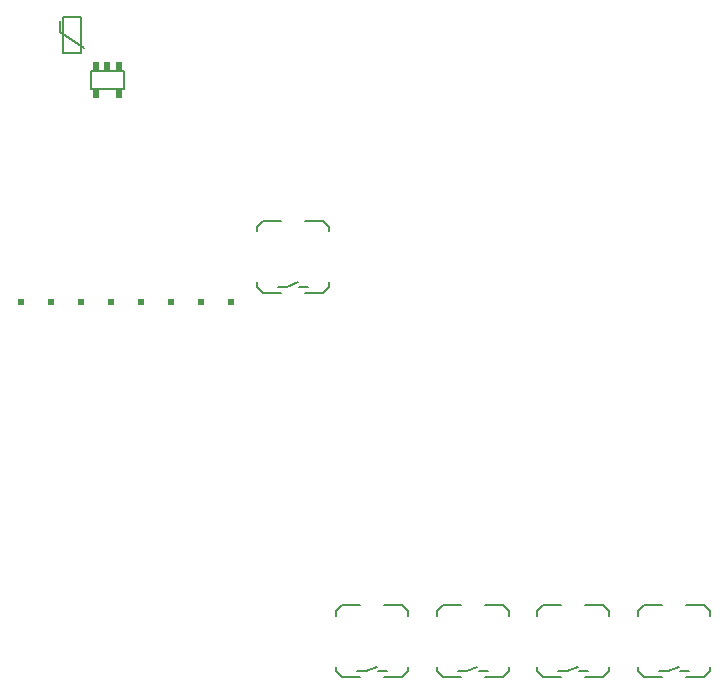
<source format=gbr>
%TF.GenerationSoftware,Novarm,DipTrace,3.2.0.1*%
%TF.CreationDate,2018-12-02T20:47:11-08:00*%
%FSLAX26Y26*%
%MOIN*%
%TF.FileFunction,Drawing,Top*%
%TF.Part,Single*%
%ADD16C,0.006*%
%ADD18C,0.008*%
%ADD31C,0.005*%
G75*
G01*
%LPD*%
X607897Y2564804D2*
D31*
Y2682903D1*
X666953D1*
Y2564804D1*
X607897D1*
X677425Y2578852D2*
X597425Y2633847D1*
Y2668855D1*
G36*
X1078701Y1742450D2*
X1058701D1*
Y1722430D1*
X1078701D1*
Y1742450D1*
G37*
G36*
X978701D2*
X958701D1*
Y1722430D1*
X978701D1*
Y1742450D1*
G37*
G36*
X878701D2*
X858701D1*
Y1722430D1*
X878701D1*
Y1742450D1*
G37*
G36*
X778701D2*
X758701D1*
Y1722430D1*
X778701D1*
Y1742450D1*
G37*
G36*
X678701D2*
X658701D1*
Y1722430D1*
X678701D1*
Y1742450D1*
G37*
G36*
X578701D2*
X558701D1*
Y1722430D1*
X578701D1*
Y1742450D1*
G37*
G36*
X478701D2*
X458701D1*
Y1722430D1*
X478701D1*
Y1742450D1*
G37*
G36*
X1178701D2*
X1158701D1*
Y1722430D1*
X1178701D1*
Y1742450D1*
G37*
X1336458Y2004189D2*
D18*
X1276457D1*
X1256448Y1984191D1*
X1496453D2*
X1476444Y2004189D1*
X1416443D1*
X1256448Y1784211D2*
X1276457Y1764213D1*
X1336458D1*
X1496453Y1784211D2*
X1476444Y1764213D1*
X1416443D1*
X1496453Y1984191D2*
Y1969209D1*
Y1784211D2*
Y1799193D1*
X1256448Y1784211D2*
Y1799193D1*
Y1984191D2*
Y1969209D1*
X1326454Y1784211D2*
X1356442D1*
X1396459D2*
X1426447D1*
X1356442D2*
X1391444Y1799193D1*
X1598958Y722938D2*
X1538957D1*
X1518948Y702940D1*
X1758953D2*
X1738944Y722938D1*
X1678943D1*
X1518948Y502960D2*
X1538957Y482962D1*
X1598958D1*
X1758953Y502960D2*
X1738944Y482962D1*
X1678943D1*
X1758953Y702940D2*
Y687958D1*
Y502960D2*
Y517942D1*
X1518948Y502960D2*
Y517942D1*
Y702940D2*
Y687958D1*
X1588954Y502960D2*
X1618942D1*
X1658959D2*
X1688947D1*
X1618942D2*
X1653944Y517942D1*
X1934375Y722938D2*
X1874374D1*
X1854365Y702940D1*
X2094370D2*
X2074361Y722938D1*
X2014360D1*
X1854365Y502960D2*
X1874374Y482962D1*
X1934375D1*
X2094370Y502960D2*
X2074361Y482962D1*
X2014360D1*
X2094370Y702940D2*
Y687958D1*
Y502960D2*
Y517942D1*
X1854365Y502960D2*
Y517942D1*
Y702940D2*
Y687958D1*
X1924371Y502960D2*
X1954359D1*
X1994376D2*
X2024364D1*
X1954359D2*
X1989362Y517942D1*
X2269791Y722938D2*
X2209790D1*
X2189781Y702940D1*
X2429786D2*
X2409777Y722938D1*
X2349776D1*
X2189781Y502960D2*
X2209790Y482962D1*
X2269791D1*
X2429786Y502960D2*
X2409777Y482962D1*
X2349776D1*
X2429786Y702940D2*
Y687958D1*
Y502960D2*
Y517942D1*
X2189781Y502960D2*
Y517942D1*
Y702940D2*
Y687958D1*
X2259787Y502960D2*
X2289775D1*
X2329792D2*
X2359780D1*
X2289775D2*
X2324778Y517942D1*
X2605209Y722938D2*
X2545207D1*
X2525199Y702940D1*
X2765203D2*
X2745195Y722938D1*
X2685193D1*
X2525199Y502960D2*
X2545207Y482962D1*
X2605209D1*
X2765203Y502960D2*
X2745195Y482962D1*
X2685193D1*
X2765203Y702940D2*
Y687958D1*
Y502960D2*
Y517942D1*
X2525199Y502960D2*
Y517942D1*
Y702940D2*
Y687958D1*
X2595204Y502960D2*
X2625192D1*
X2665210D2*
X2695198D1*
X2625192D2*
X2660195Y517942D1*
G36*
X783855Y2507233D2*
X803517D1*
Y2532832D1*
X783855D1*
Y2507233D1*
G37*
G36*
X746452D2*
X766126D1*
Y2532832D1*
X746452D1*
Y2507233D1*
G37*
G36*
X709061D2*
X728723D1*
Y2532832D1*
X709061D1*
Y2507233D1*
G37*
G36*
Y2414711D2*
X728723D1*
Y2440310D1*
X709061D1*
Y2414711D1*
G37*
G36*
X783855D2*
X803517D1*
Y2440310D1*
X783855D1*
Y2414711D1*
G37*
X701181Y2505258D2*
D16*
X811421D1*
Y2442270D2*
X701181D1*
Y2505258D1*
X811421Y2442270D2*
Y2505258D1*
M02*

</source>
